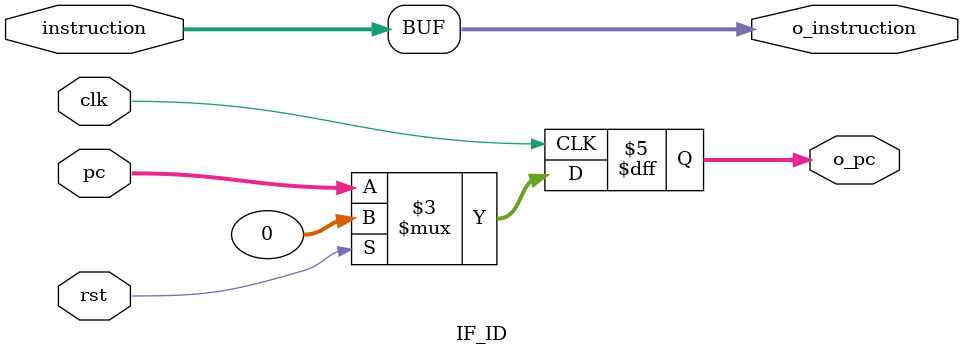
<source format=v>
module IF_ID(
    input clk,
    input rst,
    input [31:0] instruction,
    input [31:0] pc,

    output wire [31:0] o_instruction,
    output reg [31:0] o_pc

);

    

    always @(posedge clk) begin
        if(rst) begin  
            o_pc <= 32'h00000000;
        end else begin
            o_pc <= pc; 
        end
   
    end
    
    assign o_instruction = instruction;
    
endmodule
</source>
